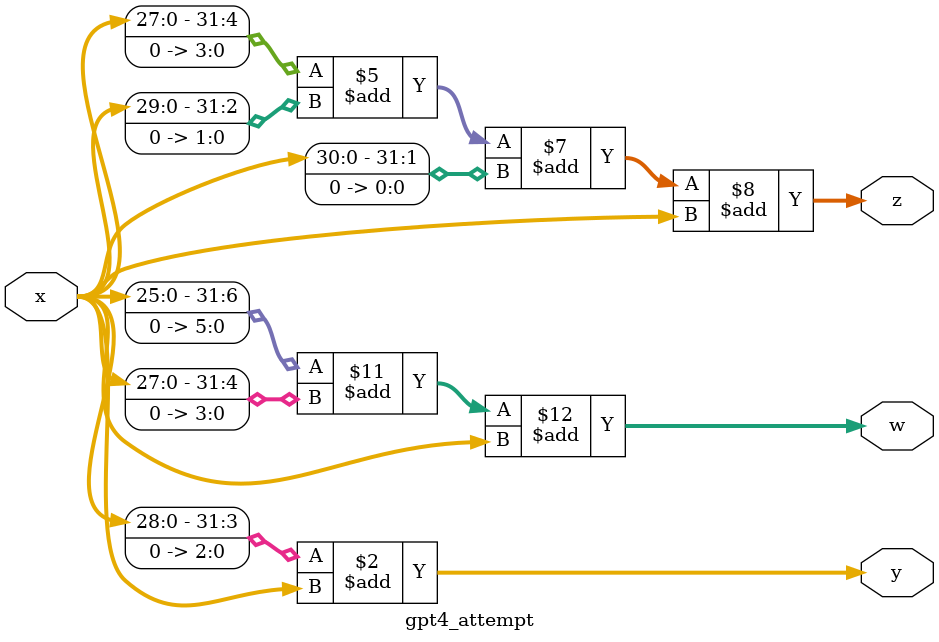
<source format=v>
module gpt4_attempt(
    input [31:0] x,
    output [31:0] y,
    output [31:0] z,
    output [31:0] w
);

// Optimized multiplication using shifts and additions
assign y = (x << 3) + x; // y = 9*x, as 9 = 8+1
assign z = (x << 4) + (x << 2) + (x << 1) + x; // z = 23*x, as 23 = 16+4+2+1
assign w = (x << 6) + (x << 4) + x; // w = 81*x, as 81 = 64+16+1

endmodule

</source>
